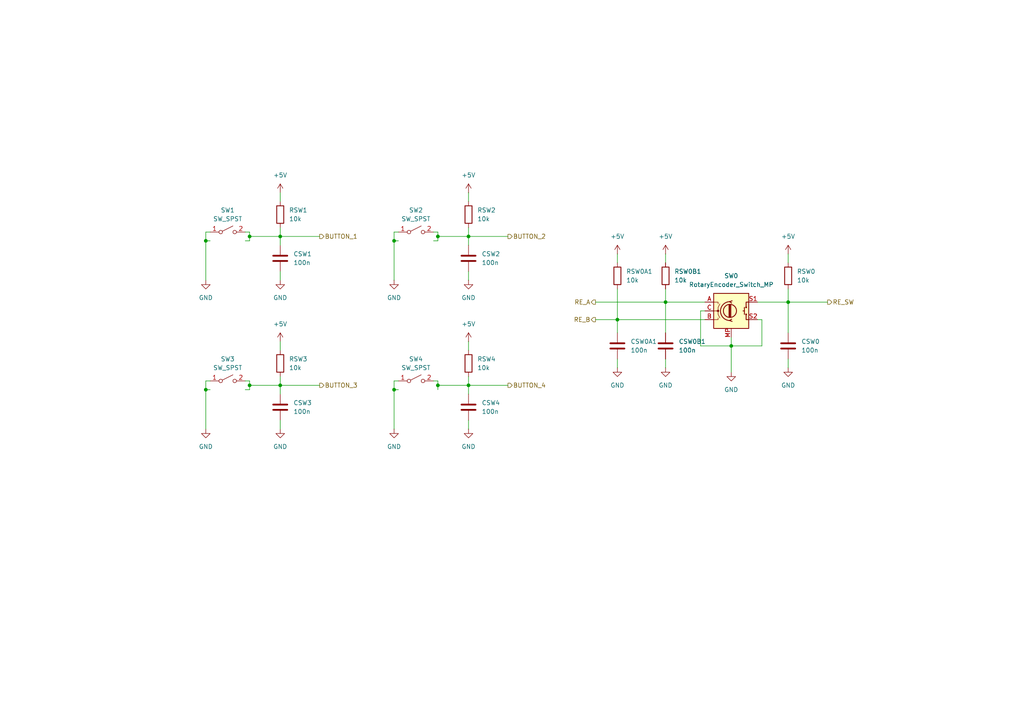
<source format=kicad_sch>
(kicad_sch (version 20250114) (generator "eeschema") (generator_version "9.0")
  (paper "A4")
  (lib_symbols
    (symbol "Device:C" (pin_numbers (hide yes)) (pin_names (offset 0.254))
      (property "Reference" "C" (at 0.635 2.54 0))
      (property "Value" "C" (at 0.635 -2.54 0))
      (symbol "C_0_1"
        (polyline (pts (xy -2.032 0.762) (xy 2.032 0.762)) (stroke (width 0.508)))
        (polyline (pts (xy -2.032 -0.762) (xy 2.032 -0.762)) (stroke (width 0.508)))
      )
      (symbol "C_1_1"
        (pin passive line (at 0 3.81 270) (length 2.794) (name "~") (number "1"))
        (pin passive line (at 0 -3.81 90) (length 2.794) (name "~") (number "2"))
      )
    )
    (symbol "Device:R" (pin_numbers (hide yes)) (pin_names (offset 0))
      (property "Reference" "R" (at 2.032 0 90))
      (property "Value" "R" (at 0 0 90))
      (symbol "R_0_1"
        (rectangle (start -1.016 -2.54) (end 1.016 2.54) (stroke (width 0.254)))
      )
      (symbol "R_1_1"
        (pin passive line (at 0 3.81 270) (length 1.27) (name "~") (number "1"))
        (pin passive line (at 0 -3.81 90) (length 1.27) (name "~") (number "2"))
      )
    )
    (symbol "Device:RotaryEncoder_Switch_MP" (pin_names (offset 0.254) (hide yes))
      (property "Reference" "SW" (at 0 8.89 0))
      (property "Value" "RotaryEncoder_Switch_MP" (at 0 6.35 0))
      (symbol "RotaryEncoder_Switch_MP_0_1"
        (rectangle (start -5.08 5.08) (end 5.08 -5.08) (stroke (width 0.254)) (fill (type background)))
        (polyline (pts (xy -5.08 2.54) (xy -3.81 2.54) (xy -3.81 2.032)))
        (polyline (pts (xy -5.08 0) (xy -3.81 0) (xy -3.81 -1.016) (xy -3.302 -2.032)))
        (polyline (pts (xy -5.08 -2.54) (xy -3.81 -2.54) (xy -3.81 -2.032)))
        (polyline (pts (xy -4.318 0) (xy -3.81 0) (xy -3.81 1.016) (xy -3.302 2.032)))
        (circle (center -3.81 0) (radius 0.254) (fill (type outline)))
        (polyline (pts (xy -0.635 -1.778) (xy -0.635 1.778)) (stroke (width 0.254)))
        (circle (center -0.381 0) (radius 1.905) (stroke (width 0.254)))
        (polyline (pts (xy -0.381 -1.778) (xy -0.381 1.778)) (stroke (width 0.254)))
        (arc (start -0.381 -2.794) (mid -3.0988 -0.0635) (end -0.381 2.667) (stroke (width 0.254)))
        (polyline (pts (xy -0.127 1.778) (xy -0.127 -1.778)) (stroke (width 0.254)))
        (polyline (pts (xy 0.254 2.921) (xy -0.508 2.667) (xy 0.127 2.286)) (stroke (width 0.254)))
        (polyline (pts (xy 0.254 -3.048) (xy -0.508 -2.794) (xy 0.127 -2.413)) (stroke (width 0.254)))
        (polyline (pts (xy 3.81 1.016) (xy 3.81 -1.016)) (stroke (width 0.254)))
        (polyline (pts (xy 3.81 0) (xy 3.429 0)) (stroke (width 0.254)))
        (circle (center 4.318 1.016) (radius 0.127) (stroke (width 0.254)))
        (circle (center 4.318 -1.016) (radius 0.127) (stroke (width 0.254)))
        (polyline (pts (xy 5.08 2.54) (xy 4.318 2.54) (xy 4.318 1.016)) (stroke (width 0.254)))
        (polyline (pts (xy 5.08 -2.54) (xy 4.318 -2.54) (xy 4.318 -1.016)) (stroke (width 0.254)))
      )
      (symbol "RotaryEncoder_Switch_MP_1_1"
        (pin passive line (at -7.62 2.54 0) (length 2.54) (name "A") (number "A"))
        (pin passive line (at -7.62 0 0) (length 2.54) (name "C") (number "C"))
        (pin passive line (at -7.62 -2.54 0) (length 2.54) (name "B") (number "B"))
        (pin passive line (at 0 -7.62 90) (length 2.54) (name "MP") (number "MP"))
        (pin passive line (at 7.62 2.54 180) (length 2.54) (name "S1") (number "S1"))
        (pin passive line (at 7.62 -2.54 180) (length 2.54) (name "S2") (number "S2"))
      )
    )
    (symbol "Switch:SW_SPST" (pin_names (offset 0) (hide yes))
      (property "Reference" "SW" (at 0 3.175 0))
      (property "Value" "SW_SPST" (at 0 -2.54 0))
      (symbol "SW_SPST_0_0"
        (circle (center -2.032 0) (radius 0.508))
        (polyline (pts (xy -1.524 0.254) (xy 1.524 1.778)))
        (circle (center 2.032 0) (radius 0.508))
      )
      (symbol "SW_SPST_1_1"
        (pin passive line (at -5.08 0 0) (length 2.54) (name "A") (number "1"))
        (pin passive line (at 5.08 0 180) (length 2.54) (name "B") (number "2"))
      )
    )
    (symbol "power:+5V" (power) (pin_numbers (hide yes)) (pin_names (offset 0) (hide yes))
      (property "Value" "+5V" (at 0 3.556 0))
      (symbol "+5V_0_1"
        (polyline (pts (xy -0.762 1.27) (xy 0 2.54)))
        (polyline (pts (xy 0 2.54) (xy 0.762 1.27)))
        (polyline (pts (xy 0 0) (xy 0 2.54)))
      )
      (symbol "+5V_1_1"
        (pin power_in line (at 0 0 90) (length 0) (name "~") (number "1"))
      )
    )
    (symbol "power:GND" (power) (pin_numbers (hide yes)) (pin_names (offset 0) (hide yes))
      (property "Value" "GND" (at 0 -3.81 0))
      (symbol "GND_0_1"
        (polyline (pts (xy 0 0) (xy 0 -1.27) (xy 1.27 -1.27) (xy 0 -2.54) (xy -1.27 -1.27) (xy 0 -1.27)))
      )
      (symbol "GND_1_1"
        (pin power_in line (at 0 0 270) (length 0) (name "~") (number "1"))
      )
    )
  )
  (junction (at 193.04 87.63))
  (junction (at 179.07 92.71))
  (junction (at 59.69 69.85))
  (junction (at 212.09 100.33))
  (junction (at 114.3 69.85))
  (junction (at 114.3 113.03))
  (junction (at 127 111.76))
  (junction (at 135.89 68.58))
  (junction (at 127 68.58))
  (junction (at 72.39 111.76))
  (junction (at 81.28 68.58))
  (junction (at 135.89 111.76))
  (junction (at 72.39 68.58))
  (junction (at 59.69 113.03))
  (junction (at 81.28 111.76))
  (junction (at 228.6 87.63))
  (wire (pts (xy 179.07 83.82) (xy 179.07 92.71)))
  (wire (pts (xy 172.72 87.63) (xy 193.04 87.63)))
  (wire (pts (xy 228.6 104.14) (xy 228.6 106.68)))
  (wire (pts (xy 220.98 92.71) (xy 219.71 92.71)))
  (wire (pts (xy 172.72 92.71) (xy 179.07 92.71)))
  (wire (pts (xy 81.28 111.76) (xy 81.28 114.3)))
  (wire (pts (xy 135.89 111.76) (xy 147.32 111.76)))
  (wire (pts (xy 115.57 110.49) (xy 114.3 110.49)))
  (wire (pts (xy 59.69 113.03) (xy 59.69 124.46)))
  (wire (pts (xy 72.39 68.58) (xy 81.28 68.58)))
  (wire (pts (xy 81.28 109.22) (xy 81.28 111.76)))
  (wire (pts (xy 135.89 111.76) (xy 135.89 114.3)))
  (wire (pts (xy 228.6 73.66) (xy 228.6 76.2)))
  (wire (pts (xy 135.89 66.04) (xy 135.89 68.58)))
  (wire (pts (xy 81.28 55.88) (xy 81.28 58.42)))
  (wire (pts (xy 114.3 113.03) (xy 115.57 113.03)))
  (wire (pts (xy 59.69 69.85) (xy 60.96 69.85)))
  (wire (pts (xy 81.28 68.58) (xy 81.28 71.12)))
  (wire (pts (xy 135.89 68.58) (xy 147.32 68.58)))
  (wire (pts (xy 135.89 109.22) (xy 135.89 111.76)))
  (wire (pts (xy 135.89 78.74) (xy 135.89 81.28)))
  (wire (pts (xy 228.6 87.63) (xy 240.03 87.63)))
  (wire (pts (xy 72.39 113.03) (xy 71.12 113.03)))
  (wire (pts (xy 179.07 92.71) (xy 204.47 92.71)))
  (wire (pts (xy 127 111.76) (xy 135.89 111.76)))
  (wire (pts (xy 125.73 67.31) (xy 127 67.31)))
  (wire (pts (xy 71.12 67.31) (xy 72.39 67.31)))
  (wire (pts (xy 203.2 90.17) (xy 203.2 100.33)))
  (wire (pts (xy 72.39 111.76) (xy 81.28 111.76)))
  (wire (pts (xy 127 68.58) (xy 135.89 68.58)))
  (wire (pts (xy 125.73 110.49) (xy 127 110.49)))
  (wire (pts (xy 114.3 110.49) (xy 114.3 113.03)))
  (wire (pts (xy 193.04 87.63) (xy 193.04 96.52)))
  (wire (pts (xy 135.89 55.88) (xy 135.89 58.42)))
  (wire (pts (xy 212.09 100.33) (xy 220.98 100.33)))
  (wire (pts (xy 220.98 100.33) (xy 220.98 92.71)))
  (wire (pts (xy 212.09 100.33) (xy 212.09 107.95)))
  (wire (pts (xy 60.96 110.49) (xy 59.69 110.49)))
  (wire (pts (xy 59.69 67.31) (xy 59.69 69.85)))
  (wire (pts (xy 114.3 69.85) (xy 114.3 81.28)))
  (wire (pts (xy 179.07 92.71) (xy 179.07 96.52)))
  (wire (pts (xy 219.71 87.63) (xy 228.6 87.63)))
  (wire (pts (xy 72.39 111.76) (xy 72.39 113.03)))
  (wire (pts (xy 114.3 67.31) (xy 114.3 69.85)))
  (wire (pts (xy 127 110.49) (xy 127 111.76)))
  (wire (pts (xy 71.12 110.49) (xy 72.39 110.49)))
  (wire (pts (xy 81.28 99.06) (xy 81.28 101.6)))
  (wire (pts (xy 179.07 73.66) (xy 179.07 76.2)))
  (wire (pts (xy 59.69 110.49) (xy 59.69 113.03)))
  (wire (pts (xy 72.39 69.85) (xy 71.12 69.85)))
  (wire (pts (xy 193.04 104.14) (xy 193.04 106.68)))
  (wire (pts (xy 81.28 78.74) (xy 81.28 81.28)))
  (wire (pts (xy 114.3 113.03) (xy 114.3 124.46)))
  (wire (pts (xy 212.09 97.79) (xy 212.09 100.33)))
  (wire (pts (xy 59.69 69.85) (xy 59.69 81.28)))
  (wire (pts (xy 228.6 83.82) (xy 228.6 87.63)))
  (wire (pts (xy 135.89 121.92) (xy 135.89 124.46)))
  (wire (pts (xy 127 68.58) (xy 127 69.85)))
  (wire (pts (xy 72.39 67.31) (xy 72.39 68.58)))
  (wire (pts (xy 193.04 87.63) (xy 204.47 87.63)))
  (wire (pts (xy 179.07 104.14) (xy 179.07 106.68)))
  (wire (pts (xy 204.47 90.17) (xy 203.2 90.17)))
  (wire (pts (xy 81.28 121.92) (xy 81.28 124.46)))
  (wire (pts (xy 135.89 99.06) (xy 135.89 101.6)))
  (wire (pts (xy 127 69.85) (xy 125.73 69.85)))
  (wire (pts (xy 72.39 110.49) (xy 72.39 111.76)))
  (wire (pts (xy 81.28 111.76) (xy 92.71 111.76)))
  (wire (pts (xy 60.96 67.31) (xy 59.69 67.31)))
  (wire (pts (xy 203.2 100.33) (xy 212.09 100.33)))
  (wire (pts (xy 115.57 67.31) (xy 114.3 67.31)))
  (wire (pts (xy 81.28 68.58) (xy 92.71 68.58)))
  (wire (pts (xy 114.3 69.85) (xy 115.57 69.85)))
  (wire (pts (xy 228.6 87.63) (xy 228.6 96.52)))
  (wire (pts (xy 59.69 113.03) (xy 60.96 113.03)))
  (wire (pts (xy 81.28 66.04) (xy 81.28 68.58)))
  (wire (pts (xy 127 111.76) (xy 127 113.03)))
  (wire (pts (xy 193.04 83.82) (xy 193.04 87.63)))
  (wire (pts (xy 135.89 68.58) (xy 135.89 71.12)))
  (wire (pts (xy 193.04 73.66) (xy 193.04 76.2)))
  (wire (pts (xy 127 67.31) (xy 127 68.58)))
  (wire (pts (xy 72.39 68.58) (xy 72.39 69.85)))
  (hierarchical_label "RE_B" (shape output) (at 172.72 92.71 180))
  (hierarchical_label "RE_SW" (shape output) (at 240.03 87.63 0))
  (hierarchical_label "RE_A" (shape output) (at 172.72 87.63 180))
  (hierarchical_label "BUTTON_4" (shape output) (at 147.32 111.76 0))
  (hierarchical_label "BUTTON_1" (shape output) (at 92.71 68.58 0))
  (hierarchical_label "BUTTON_3" (shape output) (at 92.71 111.76 0))
  (hierarchical_label "BUTTON_2" (shape output) (at 147.32 68.58 0))
  (symbol (lib_id "Device:C") (at 81.28 118.11 0) (unit 1)
    (property "Reference" "CSW3" (at 85.09 116.8399 0) (effects (justify left)))
    (property "Value" "100n" (at 85.09 119.3799 0) (effects (justify left)))
    (property "Footprint" "Capacitor_SMD:C_1206_3216Metric_Pad1.33x1.80mm_HandSolder" (effects (hide yes)))
    (property "Description" "Unpolarized capacitor" (effects (hide yes)))
  )
  (symbol (lib_id "power:GND") (at 179.07 106.68 0) (unit 1)
    (property "Reference" "#PWR018" (effects (hide yes)))
    (property "Value" "GND" (at 179.07 111.76 0))
    (property "Description" "Power symbol creates a global label with name \"GND\" , ground" (effects (hide yes)))
  )
  (symbol (lib_id "power:GND") (at 114.3 81.28 0) (unit 1)
    (property "Reference" "#PWR07" (effects (hide yes)))
    (property "Value" "GND" (at 114.3 86.36 0))
    (property "Description" "Power symbol creates a global label with name \"GND\" , ground" (effects (hide yes)))
  )
  (symbol (lib_id "power:GND") (at 59.69 124.46 0) (unit 1)
    (property "Reference" "#PWR04" (effects (hide yes)))
    (property "Value" "GND" (at 59.69 129.54 0))
    (property "Description" "Power symbol creates a global label with name \"GND\" , ground" (effects (hide yes)))
  )
  (symbol (lib_id "Device:R") (at 179.07 80.01 0) (unit 1)
    (property "Reference" "RSW0A1" (at 181.61 78.7399 0) (effects (justify left)))
    (property "Value" "10k" (at 181.61 81.2799 0) (effects (justify left)))
    (property "Footprint" "Resistor_SMD:R_1206_3216Metric_Pad1.30x1.75mm_HandSolder" (effects (hide yes)))
    (property "Description" "Resistor" (effects (hide yes)))
  )
  (symbol (lib_id "power:+5V") (at 81.28 99.06 0) (unit 1)
    (property "Reference" "#PWR05" (effects (hide yes)))
    (property "Value" "+5V" (at 81.28 93.98 0))
    (property "Description" "Power symbol creates a global label with name \"+5V\"" (effects (hide yes)))
  )
  (symbol (lib_id "power:GND") (at 81.28 124.46 0) (unit 1)
    (property "Reference" "#PWR06" (effects (hide yes)))
    (property "Value" "GND" (at 81.28 129.54 0))
    (property "Description" "Power symbol creates a global label with name \"GND\" , ground" (effects (hide yes)))
  )
  (symbol (lib_id "power:GND") (at 114.3 124.46 0) (unit 1)
    (property "Reference" "#PWR08" (effects (hide yes)))
    (property "Value" "GND" (at 114.3 129.54 0))
    (property "Description" "Power symbol creates a global label with name \"GND\" , ground" (effects (hide yes)))
  )
  (symbol (lib_id "Device:C") (at 135.89 118.11 0) (unit 1)
    (property "Reference" "CSW4" (at 139.7 116.8399 0) (effects (justify left)))
    (property "Value" "100n" (at 139.7 119.3799 0) (effects (justify left)))
    (property "Footprint" "Capacitor_SMD:C_1206_3216Metric_Pad1.33x1.80mm_HandSolder" (effects (hide yes)))
    (property "Description" "Unpolarized capacitor" (effects (hide yes)))
  )
  (symbol (lib_id "Switch:SW_SPST") (at 120.65 67.31 0) (unit 1)
    (property "Reference" "SW2" (at 120.65 60.96 0))
    (property "Value" "SW_SPST" (at 120.65 63.5 0))
    (property "Footprint" "Button_Switch_THT:SW_PUSH_6mm_H7.3mm" (effects (hide yes)))
    (property "Description" "Single Pole Single Throw (SPST) switch" (effects (hide yes)))
  )
  (symbol (lib_id "Switch:SW_SPST") (at 120.65 110.49 0) (unit 1)
    (property "Reference" "SW4" (at 120.65 104.14 0))
    (property "Value" "SW_SPST" (at 120.65 106.68 0))
    (property "Footprint" "Button_Switch_THT:SW_PUSH_6mm_H7.3mm" (effects (hide yes)))
    (property "Description" "Single Pole Single Throw (SPST) switch" (effects (hide yes)))
  )
  (symbol (lib_id "power:GND") (at 212.09 107.95 0) (unit 1)
    (property "Reference" "#PWR019" (effects (hide yes)))
    (property "Value" "GND" (at 212.09 113.03 0))
    (property "Description" "Power symbol creates a global label with name \"GND\" , ground" (effects (hide yes)))
  )
  (symbol (lib_id "power:+5V") (at 179.07 73.66 0) (unit 1)
    (property "Reference" "#PWR017" (effects (hide yes)))
    (property "Value" "+5V" (at 179.07 68.58 0))
    (property "Description" "Power symbol creates a global label with name \"+5V\"" (effects (hide yes)))
  )
  (symbol (lib_id "power:+5V") (at 135.89 99.06 0) (unit 1)
    (property "Reference" "#PWR011" (effects (hide yes)))
    (property "Value" "+5V" (at 135.89 93.98 0))
    (property "Description" "Power symbol creates a global label with name \"+5V\"" (effects (hide yes)))
  )
  (symbol (lib_id "Device:RotaryEncoder_Switch_MP") (at 212.09 90.17 0) (unit 1)
    (property "Reference" "SW0" (at 212.09 80.01 0))
    (property "Value" "RotaryEncoder_Switch_MP" (at 212.09 82.55 0))
    (property "Footprint" "Rotary_Encoder:RotaryEncoder_Alps_EC11E-Switch_Vertical_H20mm_MountingHoles" (effects (hide yes)))
    (property "Description" "Rotary encoder, dual channel, incremental quadrate outputs, with switch and MP Pin" (effects (hide yes)))
  )
  (symbol (lib_id "Device:C") (at 135.89 74.93 0) (unit 1)
    (property "Reference" "CSW2" (at 139.7 73.6599 0) (effects (justify left)))
    (property "Value" "100n" (at 139.7 76.1999 0) (effects (justify left)))
    (property "Footprint" "Capacitor_SMD:C_1206_3216Metric_Pad1.33x1.80mm_HandSolder" (effects (hide yes)))
    (property "Description" "Unpolarized capacitor" (effects (hide yes)))
  )
  (symbol (lib_id "Device:C") (at 179.07 100.33 0) (unit 1)
    (property "Reference" "CSW0A1" (at 182.88 99.0599 0) (effects (justify left)))
    (property "Value" "100n" (at 182.88 101.5999 0) (effects (justify left)))
    (property "Footprint" "Capacitor_SMD:C_1206_3216Metric_Pad1.33x1.80mm_HandSolder" (effects (hide yes)))
    (property "Description" "Unpolarized capacitor" (effects (hide yes)))
  )
  (symbol (lib_id "Device:R") (at 81.28 62.23 0) (unit 1)
    (property "Reference" "RSW1" (at 83.82 60.9599 0) (effects (justify left)))
    (property "Value" "10k" (at 83.82 63.4999 0) (effects (justify left)))
    (property "Footprint" "Resistor_SMD:R_1206_3216Metric_Pad1.30x1.75mm_HandSolder" (effects (hide yes)))
    (property "Description" "Resistor" (effects (hide yes)))
  )
  (symbol (lib_id "power:GND") (at 228.6 106.68 0) (unit 1)
    (property "Reference" "#PWR014" (effects (hide yes)))
    (property "Value" "GND" (at 228.6 111.76 0))
    (property "Description" "Power symbol creates a global label with name \"GND\" , ground" (effects (hide yes)))
  )
  (symbol (lib_id "Device:R") (at 135.89 105.41 0) (unit 1)
    (property "Reference" "RSW4" (at 138.43 104.1399 0) (effects (justify left)))
    (property "Value" "10k" (at 138.43 106.6799 0) (effects (justify left)))
    (property "Footprint" "Resistor_SMD:R_1206_3216Metric_Pad1.30x1.75mm_HandSolder" (effects (hide yes)))
    (property "Description" "Resistor" (effects (hide yes)))
  )
  (symbol (lib_id "power:GND") (at 135.89 81.28 0) (unit 1)
    (property "Reference" "#PWR010" (effects (hide yes)))
    (property "Value" "GND" (at 135.89 86.36 0))
    (property "Description" "Power symbol creates a global label with name \"GND\" , ground" (effects (hide yes)))
  )
  (symbol (lib_id "power:GND") (at 135.89 124.46 0) (unit 1)
    (property "Reference" "#PWR012" (effects (hide yes)))
    (property "Value" "GND" (at 135.89 129.54 0))
    (property "Description" "Power symbol creates a global label with name \"GND\" , ground" (effects (hide yes)))
  )
  (symbol (lib_id "Switch:SW_SPST") (at 66.04 67.31 0) (unit 1)
    (property "Reference" "SW1" (at 66.04 60.96 0))
    (property "Value" "SW_SPST" (at 66.04 63.5 0))
    (property "Footprint" "Button_Switch_THT:SW_PUSH_6mm_H7.3mm" (effects (hide yes)))
    (property "Description" "Single Pole Single Throw (SPST) switch" (effects (hide yes)))
  )
  (symbol (lib_id "Switch:SW_SPST") (at 66.04 110.49 0) (unit 1)
    (property "Reference" "SW3" (at 66.04 104.14 0))
    (property "Value" "SW_SPST" (at 66.04 106.68 0))
    (property "Footprint" "Button_Switch_THT:SW_PUSH_6mm_H7.3mm" (effects (hide yes)))
    (property "Description" "Single Pole Single Throw (SPST) switch" (effects (hide yes)))
  )
  (symbol (lib_id "Device:C") (at 193.04 100.33 0) (unit 1)
    (property "Reference" "CSW0B1" (at 196.85 99.0599 0) (effects (justify left)))
    (property "Value" "100n" (at 196.85 101.5999 0) (effects (justify left)))
    (property "Footprint" "Capacitor_SMD:C_1206_3216Metric_Pad1.33x1.80mm_HandSolder" (effects (hide yes)))
    (property "Description" "Unpolarized capacitor" (effects (hide yes)))
  )
  (symbol (lib_id "power:GND") (at 81.28 81.28 0) (unit 1)
    (property "Reference" "#PWR02" (effects (hide yes)))
    (property "Value" "GND" (at 81.28 86.36 0))
    (property "Description" "Power symbol creates a global label with name \"GND\" , ground" (effects (hide yes)))
  )
  (symbol (lib_id "Device:R") (at 228.6 80.01 0) (unit 1)
    (property "Reference" "RSW0" (at 231.14 78.7399 0) (effects (justify left)))
    (property "Value" "10k" (at 231.14 81.2799 0) (effects (justify left)))
    (property "Footprint" "Resistor_SMD:R_1206_3216Metric_Pad1.30x1.75mm_HandSolder" (effects (hide yes)))
    (property "Description" "Resistor" (effects (hide yes)))
  )
  (symbol (lib_id "power:GND") (at 193.04 106.68 0) (unit 1)
    (property "Reference" "#PWR016" (effects (hide yes)))
    (property "Value" "GND" (at 193.04 111.76 0))
    (property "Description" "Power symbol creates a global label with name \"GND\" , ground" (effects (hide yes)))
  )
  (symbol (lib_id "Device:R") (at 81.28 105.41 0) (unit 1)
    (property "Reference" "RSW3" (at 83.82 104.1399 0) (effects (justify left)))
    (property "Value" "10k" (at 83.82 106.6799 0) (effects (justify left)))
    (property "Footprint" "Resistor_SMD:R_1206_3216Metric_Pad1.30x1.75mm_HandSolder" (effects (hide yes)))
    (property "Description" "Resistor" (effects (hide yes)))
  )
  (symbol (lib_id "power:+5V") (at 193.04 73.66 0) (unit 1)
    (property "Reference" "#PWR015" (effects (hide yes)))
    (property "Value" "+5V" (at 193.04 68.58 0))
    (property "Description" "Power symbol creates a global label with name \"+5V\"" (effects (hide yes)))
  )
  (symbol (lib_id "power:GND") (at 59.69 81.28 0) (unit 1)
    (property "Reference" "#PWR03" (effects (hide yes)))
    (property "Value" "GND" (at 59.69 86.36 0))
    (property "Description" "Power symbol creates a global label with name \"GND\" , ground" (effects (hide yes)))
  )
  (symbol (lib_id "power:+5V") (at 81.28 55.88 0) (unit 1)
    (property "Reference" "#PWR01" (effects (hide yes)))
    (property "Value" "+5V" (at 81.28 50.8 0))
    (property "Description" "Power symbol creates a global label with name \"+5V\"" (effects (hide yes)))
  )
  (symbol (lib_id "power:+5V") (at 135.89 55.88 0) (unit 1)
    (property "Reference" "#PWR09" (effects (hide yes)))
    (property "Value" "+5V" (at 135.89 50.8 0))
    (property "Description" "Power symbol creates a global label with name \"+5V\"" (effects (hide yes)))
  )
  (symbol (lib_id "power:+5V") (at 228.6 73.66 0) (unit 1)
    (property "Reference" "#PWR013" (effects (hide yes)))
    (property "Value" "+5V" (at 228.6 68.58 0))
    (property "Description" "Power symbol creates a global label with name \"+5V\"" (effects (hide yes)))
  )
  (symbol (lib_id "Device:C") (at 81.28 74.93 0) (unit 1)
    (property "Reference" "CSW1" (at 85.09 73.6599 0) (effects (justify left)))
    (property "Value" "100n" (at 85.09 76.1999 0) (effects (justify left)))
    (property "Footprint" "Capacitor_SMD:C_1206_3216Metric_Pad1.33x1.80mm_HandSolder" (effects (hide yes)))
    (property "Description" "Unpolarized capacitor" (effects (hide yes)))
  )
  (symbol (lib_id "Device:C") (at 228.6 100.33 0) (unit 1)
    (property "Reference" "CSW0" (at 232.41 99.0599 0) (effects (justify left)))
    (property "Value" "100n" (at 232.41 101.5999 0) (effects (justify left)))
    (property "Footprint" "Capacitor_SMD:C_1206_3216Metric_Pad1.33x1.80mm_HandSolder" (effects (hide yes)))
    (property "Description" "Unpolarized capacitor" (effects (hide yes)))
  )
  (symbol (lib_id "Device:R") (at 193.04 80.01 0) (unit 1)
    (property "Reference" "RSW0B1" (at 195.58 78.7399 0) (effects (justify left)))
    (property "Value" "10k" (at 195.58 81.2799 0) (effects (justify left)))
    (property "Footprint" "Resistor_SMD:R_1206_3216Metric_Pad1.30x1.75mm_HandSolder" (effects (hide yes)))
    (property "Description" "Resistor" (effects (hide yes)))
  )
  (symbol (lib_id "Device:R") (at 135.89 62.23 0) (unit 1)
    (property "Reference" "RSW2" (at 138.43 60.9599 0) (effects (justify left)))
    (property "Value" "10k" (at 138.43 63.4999 0) (effects (justify left)))
    (property "Footprint" "Resistor_SMD:R_1206_3216Metric_Pad1.30x1.75mm_HandSolder" (effects (hide yes)))
    (property "Description" "Resistor" (effects (hide yes)))
  )
)
</source>
